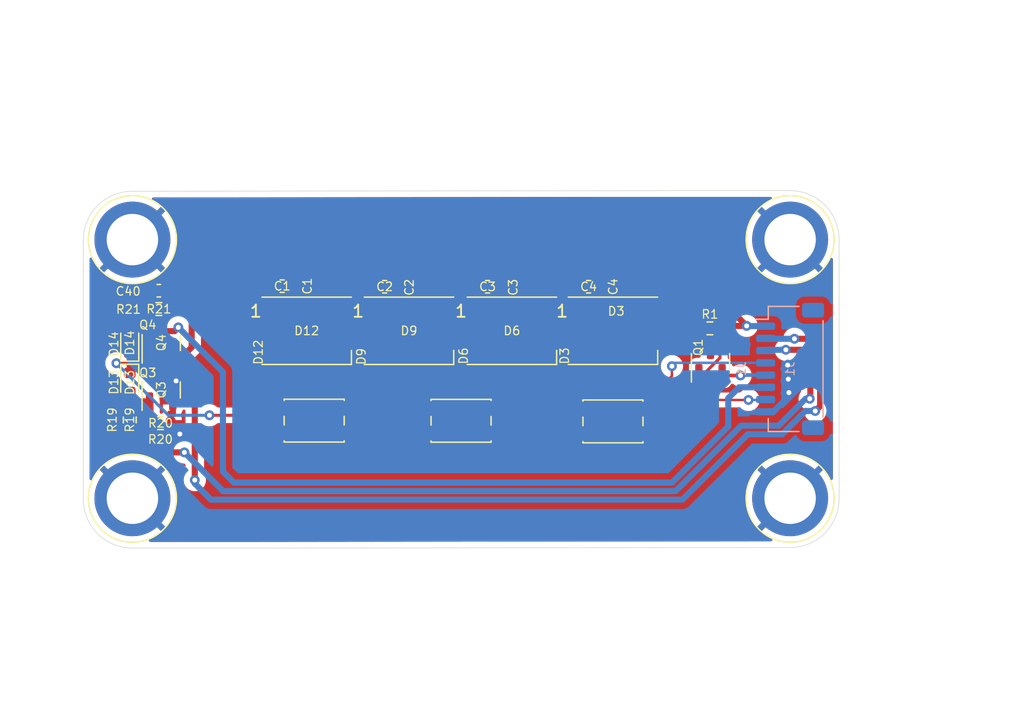
<source format=kicad_pcb>
(kicad_pcb (version 20211014) (generator pcbnew)
  (layers (0 "F.Cu" signal) (31 "B.Cu" signal) (34 "B.Paste" user) (35 "F.Paste" user) (36 "B.SilkS" user "B.Silkscreen") (37 "F.SilkS" user "F.Silkscreen") (38 "B.Mask" user) (39 "F.Mask" user) (44 "Edge.Cuts" user))
  (net 0 "")
  (net 1 "GND")
  (net 2 "+5V")
  (net 3 "LED_D")
  (net 4 "Net-(D12-Pad4)")
  (net 6 "PWR_BTN")
  (net 7 "Net-(D13-Pad2)")
  (net 8 "Net-(D3-Pad2)")
  (net 9 "VOL+")
  (net 10 "VOL-")
  (net 11 "Net-(D6-Pad2)")
  (net 14 "Net-(C40-Pad2)")
  (net 15 "VCC")
  (net 16 "ENA_BUCK")
  (net 17 "BTN")
  (net 22 "LED_DATA_3v3")
  (footprint "LED_SMD:LED_WS2812B_PLCC4_5.0x5.0mm_P3.2mm" (layer "F.Cu") (at 59.9875 66.75)
    (fp_text reference "D12" (at -3.95 1.75 90) (layer "F.SilkS") (effects (font (size 0.7 0.7) (thickness 0.1))))
    (fp_text value "WS2812B" hide)
    (fp_text user "${REFERENCE}" (at 0 0) (layer "F.SilkS") (effects (font (size 0.7 0.7) (thickness 0.1))))
    (fp_text user "1" (at -4.15 -1.6) (layer "F.SilkS"))
    (fp_line (start -3.65 2.75) (end 3.65 2.75) (layer "F.SilkS") (width 0.12))
    (fp_line (start 3.65 2.75) (end 3.65 1.6) (layer "F.SilkS") (width 0.12))
    (fp_line (start -3.65 -2.75) (end 3.65 -2.75) (layer "F.SilkS") (width 0.12))
    (pad "1" smd rect locked (at -2.45 -1.6) (size 1.5 1) (layers "F.Cu" "F.Paste" "F.Mask") (net 2 "+5V"))
    (pad "2" smd rect locked (at -2.45 1.6) (size 1.5 1) (layers "F.Cu" "F.Paste" "F.Mask"))
    (pad "3" smd rect locked (at 2.45 1.6) (size 1.5 1) (layers "F.Cu" "F.Paste" "F.Mask") (net 1 "GND"))
    (pad "4" smd rect locked (at 2.45 -1.6) (size 1.5 1) (layers "F.Cu" "F.Paste" "F.Mask") (net 4 "Net-(D12-Pad4)"))
  )
  (footprint "LED_SMD:LED_WS2812B_PLCC4_5.0x5.0mm_P3.2mm" (layer "F.Cu") (at 68.3375 66.75)
    (fp_text reference "D9" (at -3.9 2.1 90) (layer "F.SilkS") (effects (font (size 0.7 0.7) (thickness 0.1))))
    (fp_text value "WS2812B" hide)
    (fp_text user "1" (at -4.15 -1.6) (layer "F.SilkS"))
    (fp_text user "${REFERENCE}" (at 0 0) (layer "F.SilkS") (effects (font (size 0.7 0.7) (thickness 0.1))))
    (fp_line (start -3.65 2.75) (end 3.65 2.75) (layer "F.SilkS") (width 0.12))
    (fp_line (start 3.65 2.75) (end 3.65 1.6) (layer "F.SilkS") (width 0.12))
    (fp_line (start -3.65 -2.75) (end 3.65 -2.75) (layer "F.SilkS") (width 0.12))
    (pad "1" smd rect locked (at -2.45 -1.6) (size 1.5 1) (layers "F.Cu" "F.Paste" "F.Mask") (net 2 "+5V"))
    (pad "2" smd rect locked (at -2.45 1.6) (size 1.5 1) (layers "F.Cu" "F.Paste" "F.Mask") (net 4 "Net-(D12-Pad4)"))
    (pad "3" smd rect locked (at 2.45 1.6) (size 1.5 1) (layers "F.Cu" "F.Paste" "F.Mask") (net 1 "GND"))
    (pad "4" smd rect locked (at 2.45 -1.6) (size 1.5 1) (layers "F.Cu" "F.Paste" "F.Mask") (net 11 "Net-(D6-Pad2)"))
  )
  (footprint "LED_SMD:LED_WS2812B_PLCC4_5.0x5.0mm_P3.2mm" (layer "F.Cu") (at 76.7375 66.75)
    (fp_text reference "D6" (at -3.95 2.05 90) (layer "F.SilkS") (effects (font (size 0.7 0.7) (thickness 0.1))))
    (fp_text value "WS2812B" hide)
    (fp_text user "${REFERENCE}" (at 0 0) (layer "F.SilkS") (effects (font (size 0.7 0.7) (thickness 0.1))))
    (fp_text user "1" (at -4.15 -1.6) (layer "F.SilkS"))
    (fp_line (start 3.65 2.75) (end 3.65 1.6) (layer "F.SilkS") (width 0.12))
    (fp_line (start -3.65 -2.75) (end 3.65 -2.75) (layer "F.SilkS") (width 0.12))
    (fp_line (start -3.65 2.75) (end 3.65 2.75) (layer "F.SilkS") (width 0.12))
    (pad "1" smd rect locked (at -2.45 -1.6) (size 1.5 1) (layers "F.Cu" "F.Paste" "F.Mask") (net 2 "+5V"))
    (pad "2" smd rect locked (at -2.45 1.6) (size 1.5 1) (layers "F.Cu" "F.Paste" "F.Mask") (net 11 "Net-(D6-Pad2)"))
    (pad "3" smd rect locked (at 2.45 1.6) (size 1.5 1) (layers "F.Cu" "F.Paste" "F.Mask") (net 1 "GND"))
    (pad "4" smd rect locked (at 2.45 -1.6) (size 1.5 1) (layers "F.Cu" "F.Paste" "F.Mask") (net 8 "Net-(D3-Pad2)"))
  )
  (footprint "LED_SMD:LED_WS2812B_PLCC4_5.0x5.0mm_P3.2mm" (layer "F.Cu") (at 84.9875 66.75)
    (fp_text reference "D3" (at -3.95 2.05 90) (layer "F.SilkS") (effects (font (size 0.7 0.7) (thickness 0.1))))
    (fp_text value "WS2812B" hide)
    (fp_text user "1" (at -4.15 -1.6) (layer "F.SilkS"))
    (fp_text user "${REFERENCE}" (at 0.2656 -1.6) (layer "F.SilkS") (effects (font (size 0.7 0.7) (thickness 0.1))))
    (fp_line (start 3.65 2.75) (end 3.65 1.6) (layer "F.SilkS") (width 0.12))
    (fp_line (start -3.65 -2.75) (end 3.65 -2.75) (layer "F.SilkS") (width 0.12))
    (fp_line (start -3.65 2.75) (end 3.65 2.75) (layer "F.SilkS") (width 0.12))
    (pad "1" smd rect locked (at -2.45 -1.6) (size 1.5 1) (layers "F.Cu" "F.Paste" "F.Mask") (net 2 "+5V"))
    (pad "2" smd rect locked (at -2.45 1.6) (size 1.5 1) (layers "F.Cu" "F.Paste" "F.Mask") (net 8 "Net-(D3-Pad2)"))
    (pad "3" smd rect locked (at 2.45 1.6) (size 1.5 1) (layers "F.Cu" "F.Paste" "F.Mask") (net 1 "GND"))
    (pad "4" smd rect locked (at 2.45 -1.6) (size 1.5 1) (layers "F.Cu" "F.Paste" "F.Mask") (net 3 "LED_D"))
  )
  (footprint "Pdb_PCB:Threaded Standoff" (layer "F.Cu") (at 99.45 59.3)
    (fp_text reference "H1" hide)
    (fp_text value "Hole")
    (fp_circle (center 0 0) (end 2.54 -2.54) (layer "F.SilkS") (width 0.12) (fill none))
    (pad "1" thru_hole circle locked (at 0 0) (size 6.2 6.2) (drill 4.2) (layers *.Cu *.Mask) (net 1 "GND"))
  )
  (footprint "Pdb_PCB:Threaded Standoff" (layer "F.Cu") (at 99.45 80.429366)
    (fp_text reference "H2" hide)
    (fp_text value "Hole")
    (fp_circle (center 0 0) (end 2.54 -2.54) (layer "F.SilkS") (width 0.12) (fill none))
    (pad "1" thru_hole circle locked (at 0 0) (size 6.2 6.2) (drill 4.2) (layers *.Cu *.Mask) (net 1 "GND"))
  )
  (footprint "Pdb_PCB:Threaded Standoff" (layer "F.Cu") (at 45.759366 59.3)
    (fp_text reference "H3" hide)
    (fp_text value "Hole")
    (fp_circle (center 0 0) (end 2.54 -2.54) (layer "F.SilkS") (width 0.12) (fill none))
    (pad "1" thru_hole circle locked (at 0 0) (size 6.2 6.2) (drill 4.2) (layers *.Cu *.Mask) (net 1 "GND"))
  )
  (footprint "Pdb_PCB:Threaded Standoff" (layer "F.Cu") (at 45.759366 80.429366)
    (fp_text reference "H4" hide)
    (fp_text value "Hole")
    (fp_circle (center 0 0) (end 2.54 -2.54) (layer "F.SilkS") (width 0.12) (fill none))
    (pad "1" thru_hole circle locked (at 0 0) (size 6.2 6.2) (drill 4.2) (layers *.Cu *.Mask) (net 1 "GND"))
  )
  (footprint "Capacitor_SMD:C_0603_1608Metric" (layer "F.Cu") (at 57.9875 63.1 180)
    (fp_text reference "C1" (at -2.05 0 90) (layer "F.SilkS") (effects (font (size 0.7 0.7) (thickness 0.1))))
    (fp_text value "100nF")
    (fp_text user "${REFERENCE}" (at 0 0) (layer "F.SilkS") (effects (font (size 0.7 0.7) (thickness 0.1))))
    (fp_line (start -0.162779 -0.51) (end 0.162779 -0.51) (layer "F.SilkS") (width 0.12))
    (fp_line (start -0.162779 0.51) (end 0.162779 0.51) (layer "F.SilkS") (width 0.12))
    (pad "1" smd roundrect locked (at -0.7875 0 180) (size 0.875 0.95) (layers "F.Cu" "F.Paste" "F.Mask") (net 1 "GND"))
    (pad "2" smd roundrect locked (at 0.7875 0 180) (size 0.875 0.95) (layers "F.Cu" "F.Paste" "F.Mask") (net 2 "+5V"))
  )
  (footprint "Capacitor_SMD:C_0603_1608Metric" (layer "F.Cu") (at 66.35 63.15 180)
    (fp_text reference "C2" (at -2.0125 -0.05 90) (layer "F.SilkS") (effects (font (size 0.7 0.7) (thickness 0.1))))
    (fp_text value "100nF")
    (fp_text user "${REFERENCE}" (at 0 0) (layer "F.SilkS") (effects (font (size 0.7 0.7) (thickness 0.1))))
    (fp_line (start -0.162779 -0.51) (end 0.162779 -0.51) (layer "F.SilkS") (width 0.12))
    (fp_line (start -0.162779 0.51) (end 0.162779 0.51) (layer "F.SilkS") (width 0.12))
    (pad "1" smd roundrect locked (at -0.7875 0 180) (size 0.875 0.95) (layers "F.Cu" "F.Paste" "F.Mask") (net 1 "GND"))
    (pad "2" smd roundrect locked (at 0.7875 0 180) (size 0.875 0.95) (layers "F.Cu" "F.Paste" "F.Mask") (net 2 "+5V"))
  )
  (footprint "Capacitor_SMD:C_0603_1608Metric" (layer "F.Cu") (at 74.75 63.15 180)
    (fp_text reference "C3" (at -2.0875 -0.05 90) (layer "F.SilkS") (effects (font (size 0.7 0.7) (thickness 0.1))))
    (fp_text value "100nF")
    (fp_text user "${REFERENCE}" (at 0 0) (layer "F.SilkS") (effects (font (size 0.7 0.7) (thickness 0.1))))
    (fp_line (start -0.162779 0.51) (end 0.162779 0.51) (layer "F.SilkS") (width 0.12))
    (fp_line (start -0.162779 -0.51) (end 0.162779 -0.51) (layer "F.SilkS") (width 0.12))
    (pad "1" smd roundrect locked (at -0.7875 0 180) (size 0.875 0.95) (layers "F.Cu" "F.Paste" "F.Mask") (net 1 "GND"))
    (pad "2" smd roundrect locked (at 0.7875 0 180) (size 0.875 0.95) (layers "F.Cu" "F.Paste" "F.Mask") (net 2 "+5V"))
  )
  (footprint "Capacitor_SMD:C_0603_1608Metric" (layer "F.Cu") (at 83 63.15 180)
    (fp_text reference "C4" (at -2 0 90) (layer "F.SilkS") (effects (font (size 0.7 0.7) (thickness 0.1))))
    (fp_text value "100nF")
    (fp_text user "${REFERENCE}" (at 0 0) (layer "F.SilkS") (effects (font (size 0.7 0.7) (thickness 0.1))))
    (fp_line (start -0.162779 0.51) (end 0.162779 0.51) (layer "F.SilkS") (width 0.12))
    (fp_line (start -0.162779 -0.51) (end 0.162779 -0.51) (layer "F.SilkS") (width 0.12))
    (pad "1" smd roundrect locked (at -0.7875 0 180) (size 0.875 0.95) (layers "F.Cu" "F.Paste" "F.Mask") (net 1 "GND"))
    (pad "2" smd roundrect locked (at 0.7875 0 180) (size 0.875 0.95) (layers "F.Cu" "F.Paste" "F.Mask") (net 2 "+5V"))
  )
  (footprint "Lib:SMD_SWITCH_SPST_C318801" (layer "F.Cu") (at 60.0875 74.85)
    (fp_text reference "VOL+1" hide)
    (fp_text value "SMD_SWITCH")
    (fp_line (start 2.958 0.988) (end 2.958 0.888) (layer "F.SilkS") (width 0.12))
    (fp_line (start -1.942 -2.512) (end -1.942 -2.412) (layer "F.SilkS") (width 0.12))
    (fp_line (start -1.942 0.988) (end 2.958 0.988) (layer "F.SilkS") (width 0.12))
    (fp_line (start 2.958 -2.512) (end 2.958 -2.412) (layer "F.SilkS") (width 0.12))
    (fp_line (start 2.958 -2.512) (end -1.942 -2.512) (layer "F.SilkS") (width 0.12))
    (fp_line (start -1.942 -1.112) (end -1.942 -0.412) (layer "F.SilkS") (width 0.12))
    (fp_line (start 2.958 -1.112) (end 2.958 -0.412) (layer "F.SilkS") (width 0.12))
    (fp_line (start -1.942 0.888) (end -1.942 0.988) (layer "F.SilkS") (width 0.12))
    (pad "1" smd rect (at -2.5 1 180) (size 1.45 0.7) (layers "F.Cu" "F.Paste" "F.Mask"))
    (pad "2" smd rect (at -2.5 -2.7) (size 1.45 0.7) (layers "F.Cu" "F.Paste" "F.Mask") (net 1 "GND"))
    (pad "3" smd rect (at 3.5 1) (size 1.45 0.7) (layers "F.Cu" "F.Paste" "F.Mask") (net 9 "VOL+"))
    (pad "4" smd rect (at 3.5 -2.7) (size 1.45 0.7) (layers "F.Cu" "F.Paste" "F.Mask"))
  )
  (footprint "Diode_SMD:D_0603_1608Metric" (layer "F.Cu") (at 45.5422 70.969 -90)
    (fp_text reference "D13" (at -0.0255 1.2954 90) (layer "F.SilkS") (effects (font (size 0.7 0.7) (thickness 0.1))))
    (fp_text value "D_Schottky")
    (fp_text user "${REFERENCE}" (at 0 0 90) (layer "F.SilkS") (effects (font (size 0.7 0.7) (thickness 0.1))))
    (fp_line (start 0.8 -0.735) (end -1.485 -0.735) (layer "F.SilkS") (width 0.12))
    (fp_line (start -1.485 0.735) (end 0.8 0.735) (layer "F.SilkS") (width 0.12))
    (fp_line (start -1.485 -0.735) (end -1.485 0.735) (layer "F.SilkS") (width 0.12))
    (pad "1" smd roundrect (at -0.7875 0 270) (size 0.875 0.95) (layers "F.Cu" "F.Paste" "F.Mask") (net 6 "PWR_BTN"))
    (pad "2" smd roundrect (at 0.7875 0 270) (size 0.875 0.95) (layers "F.Cu" "F.Paste" "F.Mask") (net 7 "Net-(D13-Pad2)"))
  )
  (footprint "Lib:SMD_SWITCH_SPST_C318801" (layer "F.Cu") (at 72.0795 74.862)
    (fp_text reference "PWR1" hide)
    (fp_text value "SMD_SWITCH")
    (fp_line (start 2.958 -2.512) (end -1.942 -2.512) (layer "F.SilkS") (width 0.12))
    (fp_line (start 2.958 0.988) (end 2.958 0.888) (layer "F.SilkS") (width 0.12))
    (fp_line (start -1.942 0.888) (end -1.942 0.988) (layer "F.SilkS") (width 0.12))
    (fp_line (start 2.958 -1.112) (end 2.958 -0.412) (layer "F.SilkS") (width 0.12))
    (fp_line (start -1.942 -1.112) (end -1.942 -0.412) (layer "F.SilkS") (width 0.12))
    (fp_line (start -1.942 0.988) (end 2.958 0.988) (layer "F.SilkS") (width 0.12))
    (fp_line (start -1.942 -2.512) (end -1.942 -2.412) (layer "F.SilkS") (width 0.12))
    (fp_line (start 2.958 -2.512) (end 2.958 -2.412) (layer "F.SilkS") (width 0.12))
    (pad "1" smd rect (at -2.5 1 180) (size 1.45 0.7) (layers "F.Cu" "F.Paste" "F.Mask"))
    (pad "2" smd rect (at -2.5 -2.7) (size 1.45 0.7) (layers "F.Cu" "F.Paste" "F.Mask") (net 1 "GND"))
    (pad "3" smd rect (at 3.5 1) (size 1.45 0.7) (layers "F.Cu" "F.Paste" "F.Mask") (net 6 "PWR_BTN"))
    (pad "4" smd rect (at 3.5 -2.7) (size 1.45 0.7) (layers "F.Cu" "F.Paste" "F.Mask"))
  )
  (footprint "Diode_SMD:D_0603_1608Metric" (layer "F.Cu") (at 45.5422 67.743 90)
    (fp_text reference "D14" (at -0.0761 -1.2954 90) (layer "F.SilkS") (effects (font (size 0.7 0.7) (thickness 0.1))))
    (fp_text value "D_Schottky")
    (fp_text user "${REFERENCE}" (at 0 0 90) (layer "F.SilkS") (effects (font (size 0.7 0.7) (thickness 0.1))))
    (fp_line (start -1.485 0.735) (end 0.8 0.735) (layer "F.SilkS") (width 0.12))
    (fp_line (start 0.8 -0.735) (end -1.485 -0.735) (layer "F.SilkS") (width 0.12))
    (fp_line (start -1.485 -0.735) (end -1.485 0.735) (layer "F.SilkS") (width 0.12))
    (pad "1" smd roundrect (at -0.7875 0 90) (size 0.875 0.95) (layers "F.Cu" "F.Paste" "F.Mask") (net 6 "PWR_BTN"))
    (pad "2" smd roundrect (at 0.7875 0 90) (size 0.875 0.95) (layers "F.Cu" "F.Paste" "F.Mask") (net 14 "Net-(C40-Pad2)"))
  )
  (footprint "Resistor_SMD:R_0603_1608Metric" (layer "F.Cu") (at 92.9 66.55 180)
    (fp_text reference "R1" (at 0 1.15) (layer "F.SilkS") (effects (font (size 0.7 0.7) (thickness 0.1))))
    (fp_text value "10KΩ")
    (fp_line (start -0.237258 -0.5225) (end 0.237258 -0.5225) (layer "F.SilkS") (width 0.12))
    (fp_line (start -0.237258 0.5225) (end 0.237258 0.5225) (layer "F.SilkS") (width 0.12))
    (pad "1" smd roundrect (at -0.825 0 180) (size 0.8 0.95) (layers "F.Cu" "F.Paste" "F.Mask") (net 2 "+5V"))
    (pad "2" smd roundrect (at 0.825 0 180) (size 0.8 0.95) (layers "F.Cu" "F.Paste" "F.Mask") (net 3 "LED_D"))
  )
  (footprint "Package_TO_SOT_SMD:SOT-23" (layer "F.Cu") (at 48.1124 67.7133 90)
    (fp_text reference "Q4" (at 1.4447 -1.097 180) (layer "F.SilkS") (effects (font (size 0.7 0.7) (thickness 0.1))))
    (fp_text value "CJ3407")
    (fp_text user "${REFERENCE}" (at 0 0 90) (layer "F.SilkS") (effects (font (size 0.7 0.7) (thickness 0.1))))
    (fp_line (start 0 1.56) (end -0.65 1.56) (layer "F.SilkS") (width 0.12))
    (fp_line (start 0 1.56) (end 0.65 1.56) (layer "F.SilkS") (width 0.12))
    (fp_line (start 0 -1.56) (end 0.65 -1.56) (layer "F.SilkS") (width 0.12))
    (fp_line (start 0 -1.56) (end -1.675 -1.56) (layer "F.SilkS") (width 0.12))
    (pad "1" smd roundrect (at -0.9375 -0.95 90) (size 1.475 0.6) (layers "F.Cu" "F.Paste" "F.Mask") (net 14 "Net-(C40-Pad2)"))
    (pad "2" smd roundrect (at -0.9375 0.95 90) (size 1.475 0.6) (layers "F.Cu" "F.Paste" "F.Mask") (net 15 "VCC"))
    (pad "3" smd roundrect (at 0.9375 0 90) (size 1.475 0.6) (layers "F.Cu" "F.Paste" "F.Mask") (net 16 "ENA_BUCK"))
  )
  (footprint "Package_TO_SOT_SMD:SOT-23" (layer "F.Cu") (at 48.1076 71.5762 90)
    (fp_text reference "Q3" (at 1.396 -1.0922 180) (layer "F.SilkS") (effects (font (size 0.7 0.7) (thickness 0.1))))
    (fp_text value "BSS138")
    (fp_text user "${REFERENCE}" (at 0 0 90) (layer "F.SilkS") (effects (font (size 0.7 0.7) (thickness 0.1))))
    (fp_line (start 0 1.56) (end 0.65 1.56) (layer "F.SilkS") (width 0.12))
    (fp_line (start 0 1.56) (end -0.65 1.56) (layer "F.SilkS") (width 0.12))
    (fp_line (start 0 -1.56) (end 0.65 -1.56) (layer "F.SilkS") (width 0.12))
    (fp_line (start 0 -1.56) (end -1.675 -1.56) (layer "F.SilkS") (width 0.12))
    (pad "1" smd roundrect (at -0.9375 -0.95 90) (size 1.475 0.6) (layers "F.Cu" "F.Paste" "F.Mask") (net 7 "Net-(D13-Pad2)"))
    (pad "2" smd roundrect (at -0.9375 0.95 90) (size 1.475 0.6) (layers "F.Cu" "F.Paste" "F.Mask") (net 1 "GND"))
    (pad "3" smd roundrect (at 0.9375 0 90) (size 1.475 0.6) (layers "F.Cu" "F.Paste" "F.Mask") (net 14 "Net-(C40-Pad2)"))
  )
  (footprint "Resistor_SMD:R_0603_1608Metric" (layer "F.Cu") (at 48.0568 74.2963)
    (fp_text reference "R20" (at -0.0132 1.3208) (layer "F.SilkS") (effects (font (size 0.7 0.7) (thickness 0.1))))
    (fp_text value "100K")
    (fp_text user "${REFERENCE}" (at 0 0) (layer "F.SilkS") (effects (font (size 0.7 0.7) (thickness 0.1))))
    (fp_line (start -0.237258 -0.5225) (end 0.237258 -0.5225) (layer "F.SilkS") (width 0.12))
    (fp_line (start -0.237258 0.5225) (end 0.237258 0.5225) (layer "F.SilkS") (width 0.12))
    (pad "1" smd roundrect (at -0.825 0) (size 0.8 0.95) (layers "F.Cu" "F.Paste" "F.Mask") (net 7 "Net-(D13-Pad2)"))
    (pad "2" smd roundrect (at 0.825 0) (size 0.8 0.95) (layers "F.Cu" "F.Paste" "F.Mask") (net 1 "GND"))
  )
  (footprint "Capacitor_SMD:C_0603_1608Metric" (layer "F.Cu") (at 47.9168 63.4746 180)
    (fp_text reference "C40" (at 2.5016 -0.0508) (layer "F.SilkS") (effects (font (size 0.7 0.7) (thickness 0.1))))
    (fp_text value "10nF")
    (fp_line (start -0.14058 -0.51) (end 0.14058 -0.51) (layer "F.SilkS") (width 0.12))
    (fp_line (start -0.14058 0.51) (end 0.14058 0.51) (layer "F.SilkS") (width 0.12))
    (pad "1" smd roundrect (at -0.775 0 180) (size 0.9 0.95) (layers "F.Cu" "F.Paste" "F.Mask") (net 15 "VCC"))
    (pad "2" smd roundrect (at 0.775 0 180) (size 0.9 0.95) (layers "F.Cu" "F.Paste" "F.Mask") (net 14 "Net-(C40-Pad2)"))
  )
  (footprint "Lib:SMD_SWITCH_SPST_C318801" (layer "F.Cu") (at 84.4795 74.912)
    (fp_text reference "VOL-1" hide)
    (fp_text value "SMD_SWITCH")
    (fp_line (start -1.942 -2.512) (end -1.942 -2.412) (layer "F.SilkS") (width 0.12))
    (fp_line (start 2.958 -2.512) (end -1.942 -2.512) (layer "F.SilkS") (width 0.12))
    (fp_line (start 2.958 -2.512) (end 2.958 -2.412) (layer "F.SilkS") (width 0.12))
    (fp_line (start 2.958 -1.112) (end 2.958 -0.412) (layer "F.SilkS") (width 0.12))
    (fp_line (start -1.942 0.888) (end -1.942 0.988) (layer "F.SilkS") (width 0.12))
    (fp_line (start -1.942 -1.112) (end -1.942 -0.412) (layer "F.SilkS") (width 0.12))
    (fp_line (start -1.942 0.988) (end 2.958 0.988) (layer "F.SilkS") (width 0.12))
    (fp_line (start 2.958 0.988) (end 2.958 0.888) (layer "F.SilkS") (width 0.12))
    (pad "1" smd rect (at -2.5 1 180) (size 1.45 0.7) (layers "F.Cu" "F.Paste" "F.Mask"))
    (pad "2" smd rect (at -2.5 -2.7) (size 1.45 0.7) (layers "F.Cu" "F.Paste" "F.Mask") (net 1 "GND"))
    (pad "3" smd rect (at 3.5 1) (size 1.45 0.7) (layers "F.Cu" "F.Paste" "F.Mask") (net 10 "VOL-"))
    (pad "4" smd rect (at 3.5 -2.7) (size 1.45 0.7) (layers "F.Cu" "F.Paste" "F.Mask"))
  )
  (footprint "Resistor_SMD:R_0603_1608Metric" (layer "F.Cu") (at 45.5422 74.0291 90)
    (fp_text reference "R19" (at 0 -1.43 90) (layer "F.SilkS") (effects (font (size 0.7 0.7) (thickness 0.1))))
    (fp_text value "330")
    (fp_text user "${REFERENCE}" (at 0 0 90) (layer "F.SilkS") (effects (font (size 0.7 0.7) (thickness 0.1))))
    (fp_line (start -0.237258 -0.5225) (end 0.237258 -0.5225) (layer "F.SilkS") (width 0.12))
    (fp_line (start -0.237258 0.5225) (end 0.237258 0.5225) (layer "F.SilkS") (width 0.12))
    (pad "1" smd roundrect (at -0.825 0 90) (size 0.8 0.95) (layers "F.Cu" "F.Paste" "F.Mask") (net 17 "BTN"))
    (pad "2" smd roundrect (at 0.825 0 90) (size 0.8 0.95) (layers "F.Cu" "F.Paste" "F.Mask") (net 7 "Net-(D13-Pad2)"))
  )
  (footprint "Package_TO_SOT_SMD:SOT-23" (layer "F.Cu") (at 92.95 69.2625 90)
    (fp_text reference "Q1" (at 1.1625 -1 90) (layer "F.SilkS") (effects (font (size 0.7 0.7) (thickness 0.1))))
    (fp_text value "SK3424")
    (fp_line (start 0 -1.56) (end 0.65 -1.56) (layer "F.SilkS") (width 0.12))
    (fp_line (start 0 -1.56) (end -1.675 -1.56) (layer "F.SilkS") (width 0.12))
    (fp_line (start 0 1.56) (end 0.65 1.56) (layer "F.SilkS") (width 0.12))
    (fp_line (start 0 1.56) (end -0.65 1.56) (layer "F.SilkS") (width 0.12))
    (pad "1" smd roundrect (at -0.9375 -0.95 90) (size 1.475 0.6) (layers "F.Cu" "F.Paste" "F.Mask") (net 2 "+5V"))
    (pad "2" smd roundrect (at -0.9375 0.95 90) (size 1.475 0.6) (layers "F.Cu" "F.Paste" "F.Mask") (net 22 "LED_DATA_3v3"))
    (pad "3" smd roundrect (at 0.9375 0 90) (size 1.475 0.6) (layers "F.Cu" "F.Paste" "F.Mask") (net 3 "LED_D"))
  )
  (footprint "Resistor_SMD:R_0603_1608Metric" (layer "F.Cu") (at 47.9176 64.9745 180)
    (fp_text reference "R21" (at 2.477 -0.0241) (layer "F.SilkS") (effects (font (size 0.7 0.7) (thickness 0.1))))
    (fp_text value "100K")
    (fp_text user "${REFERENCE}" (at 0 0) (layer "F.SilkS") (effects (font (size 0.7 0.7) (thickness 0.1))))
    (fp_line (start -0.237258 0.5225) (end 0.237258 0.5225) (layer "F.SilkS") (width 0.12))
    (fp_line (start -0.237258 -0.5225) (end 0.237258 -0.5225) (layer "F.SilkS") (width 0.12))
    (pad "1" smd roundrect (at -0.825 0 180) (size 0.8 0.95) (layers "F.Cu" "F.Paste" "F.Mask") (net 15 "VCC"))
    (pad "2" smd roundrect (at 0.825 0 180) (size 0.8 0.95) (layers "F.Cu" "F.Paste" "F.Mask") (net 14 "Net-(C40-Pad2)"))
  )
  (footprint "Connector_JST:JST_SH_SM08B-SRSS-TB_1x08-1MP_P1.00mm_Horizontal" (layer "B.Cu") (at 99.45 69.864683 -90)
    (fp_text reference "J1" (at 0 3.98 90) (layer "B.SilkS") (effects (font (size 0.7 0.7) (thickness 0.1)) (justify mirror)))
    (fp_text value "U/I INTERCONN.")
    (fp_text user "${REFERENCE}" (at 0 0 90) (layer "B.SilkS") (effects (font (size 0.7 0.7) (thickness 0.1)) (justify mirror)))
    (fp_line (start -5.11 -0.715) (end -5.11 1.785) (layer "B.SilkS") (width 0.12))
    (fp_line (start -4.06 1.785) (end -4.06 2.775) (layer "B.SilkS") (width 0.12))
    (fp_line (start -5.11 1.785) (end -4.06 1.785) (layer "B.SilkS") (width 0.12))
    (fp_line (start 5.11 -0.715) (end 5.11 1.785) (layer "B.SilkS") (width 0.12))
    (fp_line (start -3.94 -2.685) (end 3.94 -2.685) (layer "B.SilkS") (width 0.12))
    (fp_line (start 5.11 1.785) (end 4.06 1.785) (layer "B.SilkS") (width 0.12))
    (pad "1" smd roundrect locked (at -3.5 2 270) (size 0.6 1.55) (layers "B.Cu" "B.Paste" "B.Mask") (net 2 "+5V"))
    (pad "2" smd roundrect locked (at -2.5 2 270) (size 0.6 1.55) (layers "B.Cu" "B.Paste" "B.Mask") (net 15 "VCC"))
    (pad "3" smd roundrect locked (at -1.5 2 270) (size 0.6 1.55) (layers "B.Cu" "B.Paste" "B.Mask") (net 17 "BTN"))
    (pad "4" smd roundrect locked (at -0.5 2 270) (size 0.6 1.55) (layers "B.Cu" "B.Paste" "B.Mask") (net 9 "VOL+"))
    (pad "5" smd roundrect locked (at 0.5 2 270) (size 0.6 1.55) (layers "B.Cu" "B.Paste" "B.Mask") (net 22 "LED_DATA_3v3"))
    (pad "6" smd roundrect locked (at 1.5 2 270) (size 0.6 1.55) (layers "B.Cu" "B.Paste" "B.Mask") (net 16 "ENA_BUCK"))
    (pad "7" smd roundrect locked (at 2.5 2 270) (size 0.6 1.55) (layers "B.Cu" "B.Paste" "B.Mask") (net 10 "VOL-"))
    (pad "8" smd roundrect locked (at 3.5 2 270) (size 0.6 1.55) (layers "B.Cu" "B.Paste" "B.Mask") (net 1 "GND"))
    (pad "MP" smd roundrect locked (at -4.8 -1.875 270) (size 1.2 1.8) (layers "B.Cu" "B.Paste" "B.Mask") (roundrect_rratio 0.208))
    (pad "MP" smd roundrect locked (at 4.8 -1.875 270) (size 1.2 1.8) (layers "B.Cu" "B.Paste" "B.Mask") (roundrect_rratio 0.208))
  )
  (gr_arc (start 103.45 80.45) (mid 102.278427 83.278427) (end 99.45 84.45) (layer "Edge.Cuts") (width 0.05))
  (gr_arc (start 45.75 84.5) (mid 42.921573 83.328427) (end 41.75 80.5) (layer "Edge.Cuts") (width 0.05))
  (gr_arc (start 41.75 59.35) (mid 42.921573 56.521573) (end 45.75 55.35) (layer "Edge.Cuts") (width 0.05))
  (gr_line (start 103.45 80.45) (end 103.45 59.3) (layer "Edge.Cuts") (width 0.05))
  (gr_line (start 41.75 80.5) (end 41.75 59.35) (layer "Edge.Cuts") (width 0.05))
  (gr_line (start 89.099999 55.300001) (end 99.45 55.3) (layer "Edge.Cuts") (width 0.05))
  (gr_line (start 99.45 84.45) (end 56.100001 84.499999) (layer "Edge.Cuts") (width 0.05))
  (gr_line (start 56.100001 84.499999) (end 45.75 84.5) (layer "Edge.Cuts") (width 0.05))
  (gr_line (start 45.75 55.35) (end 89.099999 55.300001) (layer "Edge.Cuts") (width 0.05))
  (gr_arc (start 99.45 55.3) (mid 102.278427 56.471573) (end 103.45 59.3) (layer "Edge.Cuts") (width 0.05))
  (segment (start 49.0576 72.5137) (end 49.0576 71.1098) (width 0.5) (layer "F.Cu") (net 1))
  (segment (start 99.35 70.65) (end 99.3 70.6) (width 0.5) (layer "F.Cu") (net 1))
  (segment (start 48.8818 74.4342) (end 49.6316 75.184) (width 0.5) (layer "F.Cu") (net 1))
  (segment (start 48.8818 74.2963) (end 48.8818 74.4342) (width 0.5) (layer "F.Cu") (net 1))
  (segment (start 49.0576 71.1098) (end 49.3268 70.8406) (width 0.5) (layer "F.Cu") (net 1))
  (segment (start 99.35 71.8) (end 99.35 70.65) (width 0.5) (layer "F.Cu") (net 1))
  (via (at 49.3268 70.8406) (size 0.8) (drill 0.4) (layers "F.Cu" "B.Cu") (net 1))
  (via (at 49.6316 75.184) (size 0.8) (drill 0.4) (layers "F.Cu" "B.Cu") (net 1))
  (via (at 99.35 71.8) (size 0.8) (drill 0.4) (layers "F.Cu" "B.Cu") (net 1))
  (via (at 99.3 70.7) (size 0.8) (drill 0.4) (layers "F.Cu" "B.Cu") (net 1))
  (via (at 99.25 69.55) (size 0.8) (drill 0.4) (layers "F.Cu" "B.Cu") (net 1))
  (segment (start 97.45 73.364683) (end 98.072849 73.364683) (width 0.5) (layer "B.Cu") (net 1))
  (segment (start 99.35 72.087532) (end 99.35 71.8) (width 0.5) (layer "B.Cu") (net 1))
  (segment (start 99.3 70.6) (end 99.3 69.4) (width 0.5) (layer "B.Cu") (net 1))
  (segment (start 99.3 69.4) (end 99.25 69.35) (width 0.5) (layer "B.Cu") (net 1))
  (segment (start 98.072849 73.364683) (end 99.35 72.087532) (width 0.5) (layer "B.Cu") (net 1))
  (segment (start 93.725 66.55) (end 93.725 68.958572) (width 0.25) (layer "F.Cu") (net 2))
  (segment (start 65.5625 63.15) (end 65.5625 64.825) (width 0.5) (layer "F.Cu") (net 2))
  (segment (start 74.117424 63.15) (end 73.9625 63.15) (width 0.5) (layer "F.Cu") (net 2))
  (segment (start 75.041944 62.22548) (end 66.48702 62.22548) (width 0.5) (layer "F.Cu") (net 2))
  (segment (start 73.9625 64.825) (end 74.2875 65.15) (width 0.5) (layer "F.Cu") (net 2))
  (segment (start 95.9 66.35) (end 93.925 66.35) (width 0.5) (layer "F.Cu") (net 2))
  (segment (start 65.5625 64.825) (end 65.8875 65.15) (width 0.5) (layer "F.Cu") (net 2))
  (segment (start 75.041944 62.22548) (end 74.117424 63.15) (width 0.5) (layer "F.Cu") (net 2))
  (segment (start 93.925 66.35) (end 93.725 66.55) (width 0.5) (layer "F.Cu") (net 2))
  (segment (start 57.2 63.1) (end 57.2 64.8125) (width 0.5) (layer "F.Cu") (net 2))
  (segment (start 73.9625 63.15) (end 73.9625 64.825) (width 0.5) (layer "F.Cu") (net 2))
  (segment (start 95.9 66.35) (end 91.77548 62.22548) (width 0.5) (layer "F.Cu") (net 2))
  (segment (start 83.13702 62.22548) (end 82.2125 63.15) (width 0.5) (layer "F.Cu") (net 2))
  (segment (start 83.13702 62.22548) (end 75.041944 62.22548) (width 0.5) (layer "F.Cu") (net 2))
  (segment (start 91.77548 62.22548) (end 83.13702 62.22548) (width 0.5) (layer "F.Cu") (net 2))
  (segment (start 57.2 64.8125) (end 57.5375 65.15) (width 0.5) (layer "F.Cu") (net 2))
  (segment (start 66.48702 62.22548) (end 66.43702 62.17548) (width 0.5) (layer "F.Cu") (net 2))
  (segment (start 93.725 68.958572) (end 92.483572 70.2) (width 0.25) (layer "F.Cu") (net 2))
  (segment (start 66.48702 62.22548) (end 65.5625 63.15) (width 0.5) (layer "F.Cu") (net 2))
  (segment (start 58.12452 62.17548) (end 57.2 63.1) (width 0.5) (layer "F.Cu") (net 2))
  (segment (start 82.5375 65.15) (end 82.5375 63.475) (width 0.5) (layer "F.Cu") (net 2))
  (segment (start 82.5375 63.475) (end 82.2125 63.15) (width 0.5) (layer "F.Cu") (net 2))
  (segment (start 92.483572 70.2) (end 92 70.2) (width 0.25) (layer "F.Cu") (net 2))
  (segment (start 66.43702 62.17548) (end 58.12452 62.17548) (width 0.5) (layer "F.Cu") (net 2))
  (via (at 95.9 66.35) (size 0.8) (drill 0.4) (layers "F.Cu" "B.Cu") (net 2))
  (segment (start 95.914683 66.364683) (end 95.9 66.35) (width 0.5) (layer "B.Cu") (net 2))
  (segment (start 97.45 66.364683) (end 95.914683 66.364683) (width 0.5) (layer "B.Cu") (net 2))
  (segment (start 90.675 65.15) (end 87.4375 65.15) (width 0.3) (layer "F.Cu") (net 3))
  (segment (start 92.95 68.325) (end 92.95 67.425) (width 0.3) (layer "F.Cu") (net 3))
  (segment (start 92.075 66.55) (end 90.675 65.15) (width 0.3) (layer "F.Cu") (net 3))
  (segment (start 92.95 67.425) (end 92.075 66.55) (width 0.3) (layer "F.Cu") (net 3))
  (segment (start 65.8875 68.35) (end 65.6375 68.35) (width 0.25) (layer "F.Cu") (net 4))
  (segment (start 65.6375 68.35) (end 62.4375 65.15) (width 0.25) (layer "F.Cu") (net 4))
  (segment (start 73.6175 73.9) (end 73.3675 73.65) (width 0.25) (layer "F.Cu") (net 6))
  (segment (start 73.3675 73.65) (end 52.05 73.65) (width 0.25) (layer "F.Cu") (net 6))
  (segment (start 75.5795 75.862) (end 73.6175 73.9) (width 0.25) (layer "F.Cu") (net 6))
  (segment (start 45.5422 69.4922) (end 45.5422 68.5305) (width 0.5) (layer "F.Cu") (net 6))
  (segment (start 45.5422 70.1815) (end 45.5422 69.4922) (width 0.5) (layer "F.Cu") (net 6))
  (segment (start 44.45 69.4) (end 45.45 69.4) (width 0.25) (layer "F.Cu") (net 6))
  (segment (start 45.45 69.4) (end 45.5422 69.4922) (width 0.25) (layer "F.Cu") (net 6))
  (via (at 44.45 69.4) (size 0.8) (drill 0.4) (layers "F.Cu" "B.Cu") (net 6))
  (via (at 52.05 73.65) (size 0.8) (drill 0.4) (layers "F.Cu" "B.Cu") (net 6))
  (segment (start 52.05 73.65) (end 48.7 73.65) (width 0.25) (layer "B.Cu") (net 6))
  (segment (start 48.7 73.65) (end 44.45 69.4) (width 0.25) (layer "B.Cu") (net 6))
  (segment (start 47.2318 74.2963) (end 47.2318 72.5879) (width 0.5) (layer "F.Cu") (net 7))
  (segment (start 45.5422 73.2041) (end 46.3296 73.2041) (width 0.5) (layer "F.Cu") (net 7))
  (segment (start 47.2318 72.5879) (end 47.1576 72.5137) (width 0.5) (layer "F.Cu") (net 7))
  (segment (start 47.1576 72.5137) (end 47.02 72.5137) (width 0.5) (layer "F.Cu") (net 7))
  (segment (start 47.02 72.5137) (end 46.2994 72.5137) (width 0.5) (layer "F.Cu") (net 7))
  (segment (start 46.3296 73.2041) (end 47.02 72.5137) (width 0.5) (layer "F.Cu") (net 7))
  (segment (start 46.2994 72.5137) (end 45.5422 71.7565) (width 0.5) (layer "F.Cu") (net 7))
  (segment (start 82.3875 68.35) (end 79.1875 65.15) (width 0.25) (layer "F.Cu") (net 8))
  (segment (start 82.5375 68.35) (end 82.3875 68.35) (width 0.25) (layer "F.Cu") (net 8))
  (segment (start 76.165522 76.95) (end 78.5 74.615522) (width 0.2) (layer "F.Cu") (net 9))
  (segment (start 78.95 71.55) (end 79.45 71.05) (width 0.2) (layer "F.Cu") (net 9))
  (segment (start 78.95 74.165522) (end 78.95 71.55) (width 0.2) (layer "F.Cu") (net 9))
  (segment (start 89.189259 71.05) (end 89.8 70.439259) (width 0.2) (layer "F.Cu") (net 9))
  (segment (start 64.6875 76.95) (end 76.165522 76.95) (width 0.2) (layer "F.Cu") (net 9))
  (segment (start 89.8 70.439259) (end 89.8 69.640183) (width 0.2) (layer "F.Cu") (net 9))
  (segment (start 63.5875 75.85) (end 64.6875 76.95) (width 0.2) (layer "F.Cu") (net 9))
  (segment (start 78.5 74.615522) (end 78.95 74.165522) (width 0.2) (layer "F.Cu") (net 9))
  (segment (start 79.45 71.05) (end 89.189259 71.05) (width 0.2) (layer "F.Cu") (net 9))
  (via (at 89.8 69.640183) (size 0.8) (drill 0.4) (layers "F.Cu" "B.Cu") (net 9))
  (segment (start 90.0755 69.364683) (end 97.45 69.364683) (width 0.2) (layer "B.Cu") (net 9))
  (segment (start 89.8 69.640183) (end 90.0755 69.364683) (width 0.2) (layer "B.Cu") (net 9))
  (segment (start 91.4915 72.4) (end 96.05 72.4) (width 0.2) (layer "F.Cu") (net 10))
  (segment (start 87.9795 75.912) (end 91.0915 72.8) (width 0.2) (layer "F.Cu") (net 10))
  (segment (start 91.0915 72.8) (end 91.4915 72.4) (width 0.2) (layer "F.Cu") (net 10))
  (via (at 96.05 72.4) (size 0.8) (drill 0.4) (layers "F.Cu" "B.Cu") (net 10))
  (segment (start 96.05 72.4) (end 97.414683 72.4) (width 0.2) (layer "B.Cu") (net 10))
  (segment (start 97.414683 72.4) (end 97.45 72.364683) (width 0.2) (layer "B.Cu") (net 10))
  (segment (start 73.9875 68.35) (end 70.7875 65.15) (width 0.25) (layer "F.Cu") (net 11))
  (segment (start 74.2875 68.35) (end 73.9875 68.35) (width 0.25) (layer "F.Cu") (net 11))
  (segment (start 48.1076 70.6387) (end 48.1076 69.596) (width 0.5) (layer "F.Cu") (net 14))
  (segment (start 48.1076 69.596) (end 47.1624 68.6508) (width 0.5) (layer "F.Cu") (net 14))
  (segment (start 47.1624 68.5757) (end 45.5422 66.9555) (width 0.5) (layer "F.Cu") (net 14))
  (segment (start 47.1418 63.4746) (end 47.1418 64.9253) (width 0.5) (layer "F.Cu") (net 14))
  (segment (start 47.1418 64.9253) (end 47.0926 64.9745) (width 0.5) (layer "F.Cu") (net 14))
  (segment (start 46.2026 64.9745) (end 45.5422 65.6349) (width 0.5) (layer "F.Cu") (net 14))
  (segment (start 47.0926 64.9745) (end 46.2026 64.9745) (width 0.5) (layer "F.Cu") (net 14))
  (segment (start 47.1624 68.6508) (end 47.1624 68.5757) (width 0.5) (layer "F.Cu") (net 14))
  (segment (start 45.5422 65.6349) (end 45.5422 66.9555) (width 0.5) (layer "F.Cu") (net 14))
  (segment (start 101.9 72.9) (end 101.5 73.3) (width 0.5) (layer "F.Cu") (net 15))
  (segment (start 101.9 71.5) (end 101.9 67.9) (width 0.5) (layer "F.Cu") (net 15))
  (segment (start 50.0447 68.6508) (end 49.0624 68.6508) (width 0.5) (layer "F.Cu") (net 15))
  (segment (start 101.9 71.5) (end 101.9 72.9) (width 0.5) (layer "F.Cu") (net 15))
  (segment (start 48.7426 64.9745) (end 48.7426 63.5254) (width 0.5) (layer "F.Cu") (net 15))
  (segment (start 101.4 67.4) (end 99.8 67.4) (width 0.5) (layer "F.Cu") (net 15))
  (segment (start 49.0624 68.6508) (end 50.6222 70.2106) (width 0.5) (layer "F.Cu") (net 15))
  (segment (start 50.8508 70.4392) (end 50.8508 78.9432) (width 0.5) (layer "F.Cu") (net 15))
  (segment (start 48.7426 64.9745) (end 50.0634 64.9745) (width 0.5) (layer "F.Cu") (net 15))
  (segment (start 50.5968 68.0987) (end 50.0447 68.6508) (width 0.5) (layer "F.Cu") (net 15))
  (segment (start 50.6222 70.2106) (end 50.8508 70.4392) (width 0.5) (layer "F.Cu") (net 15))
  (segment (start 50.5968 65.5079) (end 50.5968 68.0987) (width 0.5) (layer "F.Cu") (net 15))
  (segment (start 101.9 67.9) (end 101.4 67.4) (width 0.5) (layer "F.Cu") (net 15))
  (segment (start 50.0634 64.9745) (end 50.5968 65.5079) (width 0.5) (layer "F.Cu") (net 15))
  (segment (start 48.7426 63.5254) (end 48.6918 63.4746) (width 0.5) (layer "F.Cu") (net 15))
  (via (at 101.5 73.3) (size 0.8) (drill 0.4) (layers "F.Cu" "B.Cu") (net 15))
  (via (at 50.8508 78.9432) (size 0.8) (drill 0.4) (layers "F.Cu" "B.Cu") (net 15))
  (via (at 99.8 67.4) (size 0.8) (drill 0.4) (layers "F.Cu" "B.Cu") (net 15))
  (segment (start 100.700179 73.3) (end 98.800179 75.2) (width 0.5) (layer "B.Cu") (net 15))
  (segment (start 90.6566 80.5434) (end 96 75.2) (width 0.5) (layer "B.Cu") (net 15))
  (segment (start 99.8 67.4) (end 97.485317 67.4) (width 0.5) (layer "B.Cu") (net 15))
  (segment (start 50.8508 79.2226) (end 52.1716 80.5434) (width 0.5) (layer "B.Cu") (net 15))
  (segment (start 96 75.2) (end 96.8 75.2) (width 0.5) (layer "B.Cu") (net 15))
  (segment (start 101.5 73.3) (end 100.700179 73.3) (width 0.5) (layer "B.Cu") (net 15))
  (segment (start 50.8508 78.9432) (end 50.8508 79.2226) (width 0.5) (layer "B.Cu") (net 15))
  (segment (start 98.800179 75.2) (end 96.8 75.2) (width 0.5) (layer "B.Cu") (net 15))
  (segment (start 52.1716 80.5434) (end 90.6566 80.5434) (width 0.5) (layer "B.Cu") (net 15))
  (segment (start 97.485317 67.4) (end 97.45 67.364683) (width 0.5) (layer "B.Cu") (net 15))
  (segment (start 49.2006 66.7758) (end 49.5046 66.4718) (width 0.5) (layer "F.Cu") (net 16))
  (segment (start 48.1124 66.7758) (end 49.2006 66.7758) (width 0.5) (layer "F.Cu") (net 16))
  (via (at 49.5046 66.4718) (size 0.8) (drill 0.4) (layers "F.Cu" "B.Cu") (net 16))
  (segment (start 53.15 78.25) (end 54.04436 79.14436) (width 0.5) (layer "B.Cu") (net 16))
  (segment (start 54.04436 79.14436) (end 89.8191 79.14436) (width 0.5) (layer "B.Cu") (net 16))
  (segment (start 53.15 70.1172) (end 53.15 78.25) (width 0.5) (layer "B.Cu") (net 16))
  (segment (start 49.5046 66.4718) (end 53.15 70.1172) (width 0.5) (layer "B.Cu") (net 16))
  (segment (start 94.4 72.25) (end 95.285317 71.364683) (width 0.5) (layer "B.Cu") (net 16))
  (segment (start 95.285317 71.364683) (end 97.45 71.364683) (width 0.5) (layer "B.Cu") (net 16))
  (segment (start 94.4 74.56346) (end 94.4 72.25) (width 0.5) (layer "B.Cu") (net 16))
  (segment (start 89.8191 79.14436) (end 94.4 74.56346) (width 0.5) (layer "B.Cu") (net 16))
  (segment (start 101.1 70.9) (end 101.1 72.2505) (width 0.5) (layer "F.Cu") (net 17))
  (segment (start 100.9 68.3) (end 99.1 68.3) (width 0.5) (layer "F.Cu") (net 17))
  (segment (start 101.1 72.2505) (end 101.0505 72.3) (width 0.5) (layer "F.Cu") (net 17))
  (segment (start 47.3707 76.6826) (end 50.0013 76.6826) (width 0.5) (layer "F.Cu") (net 17))
  (segment (start 101.1 68.5) (end 100.9 68.3) (width 0.5) (layer "F.Cu") (net 17))
  (segment (start 45.5422 74.8541) (end 47.3707 76.6826) (width 0.5) (layer "F.Cu") (net 17))
  (segment (start 101.1 70.9) (end 101.1 68.5) (width 0.5) (layer "F.Cu") (net 17))
  (via (at 50.0013 76.6826) (size 0.8) (drill 0.4) (layers "F.Cu" "B.Cu") (net 17))
  (via (at 99.1 68.3) (size 0.8) (drill 0.4) (layers "F.Cu" "B.Cu") (net 17))
  (via (at 101.0505 72.3) (size 0.8) (drill 0.4) (layers "F.Cu" "B.Cu") (net 17))
  (segment (start 53.16258 79.84388) (end 50.0013 76.6826) (width 0.5) (layer "B.Cu") (net 17))
  (segment (start 90.10885 79.84388) (end 53.16258 79.84388) (width 0.5) (layer "B.Cu") (net 17))
  (segment (start 101.0505 72.3) (end 100.710909 72.3) (width 0.5) (layer "B.Cu") (net 17))
  (segment (start 99.1 68.3) (end 97.514683 68.3) (width 0.5) (layer "B.Cu") (net 17))
  (segment (start 100.710909 72.3) (end 98.510429 74.50048) (width 0.5) (layer "B.Cu") (net 17))
  (segment (start 95.45225 74.50048) (end 90.10885 79.84388) (width 0.5) (layer "B.Cu") (net 17))
  (segment (start 98.510429 74.50048) (end 95.45225 74.50048) (width 0.5) (layer "B.Cu") (net 17))
  (segment (start 97.514683 68.3) (end 97.45 68.364683) (width 0.5) (layer "B.Cu") (net 17))
  (segment (start 95.4 70.4) (end 94.1 70.4) (width 0.3) (layer "F.Cu") (net 22))
  (segment (start 94.1 70.4) (end 93.9 70.2) (width 0.3) (layer "F.Cu") (net 22))
  (via (at 95.4 70.4) (size 0.8) (drill 0.4) (layers "F.Cu" "B.Cu") (net 22))
  (segment (start 95.435317 70.364683) (end 95.4 70.4) (width 0.3) (layer "B.Cu") (net 22))
  (segment (start 97.45 70.364683) (end 95.435317 70.364683) (width 0.3) (layer "B.Cu") (net 22))
  (zone (net 1) (net_name "GND") (layer "F.Cu") (connect_pads (clearance 0.508)) (min_thickness 0.254) (fill yes (thermal_gap 0.508) (thermal_bridge_width 0.508))
    (polygon (pts (xy 35.3 46.8) (xy 34.95 91.8) (xy 113.8 95.55) (xy 107.45 43.3)))
  )
  (zone (net 1) (net_name "GND") (layer "B.Cu") (connect_pads (clearance 0.508)) (min_thickness 0.254) (fill yes (thermal_gap 0.508) (thermal_bridge_width 0.508))
    (polygon (pts (xy 38.5 45.65) (xy 38.3 99.2) (xy 118.55 95.7) (xy 109.3 43.55)))
  )
)
</source>
